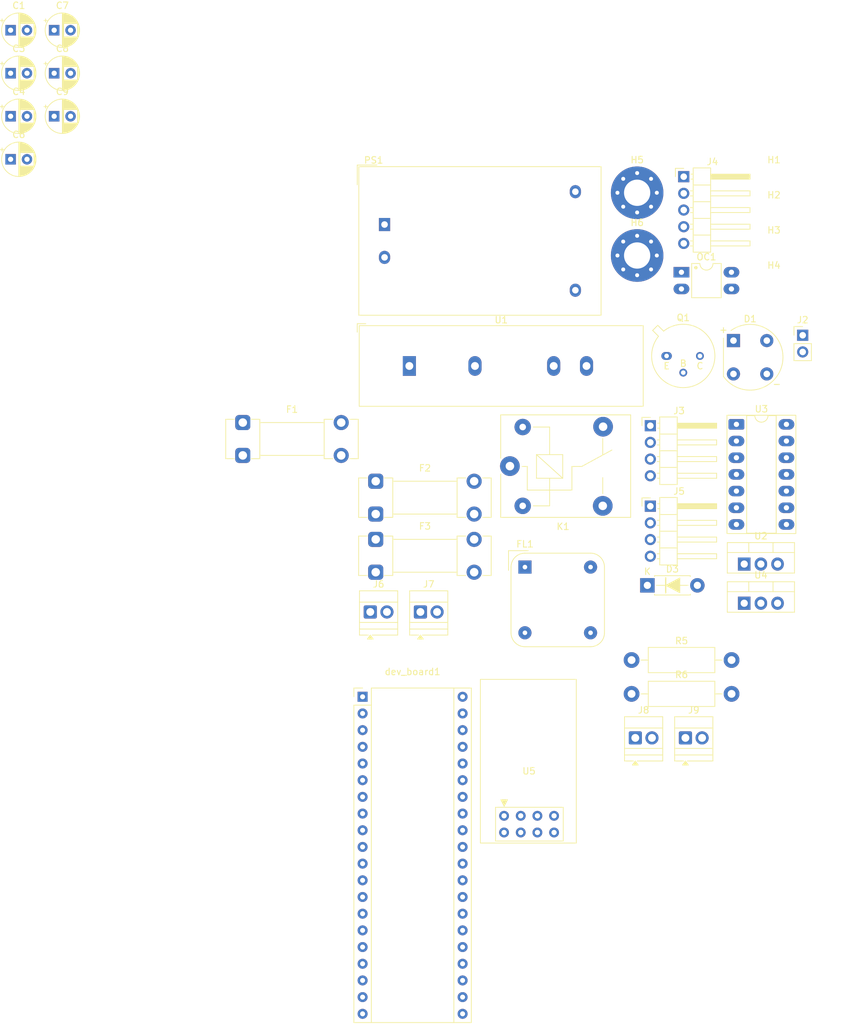
<source format=kicad_pcb>
(kicad_pcb (version 20241229) (generator "pcbnew") (generator_version "9.0")
  (layers (0 "F.Cu" signal) (2 "B.Cu" signal) (13 "F.Paste" user) (15 "B.Paste" user) (5 "F.SilkS" user "F.Silkscreen") (7 "B.SilkS" user "B.Silkscreen") (1 "F.Mask" user) (3 "B.Mask" user) (25 "Edge.Cuts" user))
  (net 0 "")
  (net 1 "Net-(D1-1)")
  (net 2 "Net-(D1-2)")
  (net 3 "Net-(D1--)")
  (net 4 "Net-(D1-+)")
  (net 5 "+5V")
  (net 6 "Net-(D3-A)")
  (net 7 "Net-(C2-Pad1)")
  (net 8 "LINE")
  (net 9 "Net-(F2-Pad2)")
  (net 10 "Net-(F3-Pad2)")
  (net 11 "NEUT")
  (net 12 "Net-(PS1-AC{slash}L)")
  (net 13 "Net-(PS1-AC{slash}N)")
  (net 14 "GND")
  (net 15 "Net-(J3-Pin_2)")
  (net 16 "Net-(J3-Pin_3)")
  (net 17 "/sck")
  (net 18 "/so")
  (net 19 "/cs")
  (net 20 "/Tx_mcu_esp01")
  (net 21 "+3.3V")
  (net 22 "/Rx_mcu_esp01")
  (net 23 "Bobina_ventilador")
  (net 25 "Net-(OC1-Pad4)")
  (net 26 "Net-(Q1-B)")
  (net 27 "Net-(R1-Pad1)")
  (net 28 "/SSR_led")
  (net 29 "+12V")
  (net 30 "Net-(R8-Pad2)")
  (net 32 "/Tx_mcu_screen")
  (net 33 "Net-(U3-Pad6)")
  (net 34 "/fan")
  (net 35 "/fire")
  (net 36 "Net-(R10-Pad2)")
  (footprint "Capacitor_THT:CP_Radial_D5.0mm_P2.50mm" (layer "F.Cu") (at 8.25455 15.875)
    (property "Reference" "C9" (at 1.25 -3.75 0) (layer "F.SilkS"))
    (property "Value" "1uf")
    (pad "1" thru_hole rect (at 0 0) (size 1.6 1.6) (drill 0.8) (layers "*.Cu" "*.Mask") (net 21 "+3.3V"))
    (pad "2" thru_hole circle (at 2.5 0) (size 1.6 1.6) (drill 0.8) (layers "*.Cu" "*.Mask") (net 14 "GND"))
  )
  (footprint "Fuse:Fuseholder_Clip-5x20mm_Schurter_OG_Lateral_P15.00x5.00mm_D1.3mm_Horizontal" (layer "F.Cu") (at 57.26 80.28)
    (property "Reference" "F3" (at 7.5 -2 0) (layer "F.SilkS"))
    (property "Value" "15A")
    (pad "1" thru_hole roundrect (at 0 0) (size 2.3 2.3) (drill 1.3) (layers "*.Cu" "*.Mask") (net 8 "LINE"))
    (pad "1" thru_hole roundrect (at 0 5) (size 2.3 2.3) (drill 1.3) (layers "*.Cu" "*.Mask") (net 8 "LINE"))
    (pad "2" thru_hole circle (at 15 0) (size 2.3 2.3) (drill 1.3) (layers "*.Cu" "*.Mask") (net 10 "Net-(F3-Pad2)"))
    (pad "2" thru_hole circle (at 15 5) (size 2.3 2.3) (drill 1.3) (layers "*.Cu" "*.Mask") (net 10 "Net-(F3-Pad2)"))
  )
  (footprint "Relay_THT:Relay_NCR_HHG1D-1" (layer "F.Cu") (at 62.385 53.885)
    (property "Reference" "U1" (at 14 -7 0) (layer "F.SilkS"))
    (property "Value" "SSR-40 DA")
    (pad "1" thru_hole rect (at 0 0) (size 2 3) (drill 1.2) (layers "*.Cu" "*.Mask") (net 27 "Net-(R1-Pad1)"))
    (pad "2" thru_hole oval (at 10 0) (size 2 3) (drill 1.2) (layers "*.Cu" "*.Mask") (net 11 "NEUT"))
    (pad "3" thru_hole oval (at 22 0) (size 2 3) (drill 1.2) (layers "*.Cu" "*.Mask") (net 28 "/SSR_led"))
    (pad "4" thru_hole oval (at 27 0) (size 2 3) (drill 1.2) (layers "*.Cu" "*.Mask") (net 14 "GND"))
  )
  (footprint "Package_DIP:DIP-14_W7.62mm_Socket_LongPads" (layer "F.Cu") (at 112.23 62.77)
    (property "Reference" "U3" (at 3.81 -2.33 0) (layer "F.SilkS"))
    (property "Value" "74LS14")
    (pad "1" thru_hole roundrect (at 0 0) (size 2.4 1.6) (drill 0.8) (layers "*.Cu" "*.Mask") (roundrect_rratio 0.15625) (net 25 "Net-(OC1-Pad4)"))
    (pad "2" thru_hole oval (at 0 2.54) (size 2.4 1.6) (drill 0.8) (layers "*.Cu" "*.Mask") (net 30 "Net-(R8-Pad2)"))
    (pad "3" thru_hole oval (at 0 5.08) (size 2.4 1.6) (drill 0.8) (layers "*.Cu" "*.Mask") (net 35 "/fire"))
    (pad "4" thru_hole oval (at 0 7.62) (size 2.4 1.6) (drill 0.8) (layers "*.Cu" "*.Mask") (net 28 "/SSR_led"))
    (pad "5" thru_hole oval (at 0 10.16) (size 2.4 1.6) (drill 0.8) (layers "*.Cu" "*.Mask") (net 32 "/Tx_mcu_screen"))
    (pad "6" thru_hole oval (at 0 12.7) (size 2.4 1.6) (drill 0.8) (layers "*.Cu" "*.Mask") (net 33 "Net-(U3-Pad6)"))
    (pad "7" thru_hole oval (at 0 15.24) (size 2.4 1.6) (drill 0.8) (layers "*.Cu" "*.Mask") (net 14 "GND"))
    (pad "8" thru_hole oval (at 7.62 15.24) (size 2.4 1.6) (drill 0.8) (layers "*.Cu" "*.Mask") (net 16 "Net-(J3-Pin_3)"))
    (pad "9" thru_hole oval (at 7.62 12.7) (size 2.4 1.6) (drill 0.8) (layers "*.Cu" "*.Mask") (net 33 "Net-(U3-Pad6)"))
    (pad "10" thru_hole oval (at 7.62 10.16) (size 2.4 1.6) (drill 0.8) (layers "*.Cu" "*.Mask"))
    (pad "11" thru_hole oval (at 7.62 7.62) (size 2.4 1.6) (drill 0.8) (layers "*.Cu" "*.Mask") (net 14 "GND"))
    (pad "12" thru_hole oval (at 7.62 5.08) (size 2.4 1.6) (drill 0.8) (layers "*.Cu" "*.Mask") (net 36 "Net-(R10-Pad2)"))
    (pad "13" thru_hole oval (at 7.62 2.54) (size 2.4 1.6) (drill 0.8) (layers "*.Cu" "*.Mask") (net 34 "/fan"))
    (pad "14" thru_hole oval (at 7.62 0) (size 2.4 1.6) (drill 0.8) (layers "*.Cu" "*.Mask") (net 5 "+5V"))
  )
  (footprint "Connector_PinHeader_2.54mm:PinHeader_1x05_P2.54mm_Horizontal" (layer "F.Cu") (at 104.2 25.07)
    (property "Reference" "J4" (at 4.385 -2.27 0) (layer "F.SilkS"))
    (property "Value" "Max6675_modulo")
    (pad "1" thru_hole rect (at 0 0) (size 1.7 1.7) (drill 1) (layers "*.Cu" "*.Mask") (net 14 "GND"))
    (pad "2" thru_hole oval (at 0 2.54) (size 1.7 1.7) (drill 1) (layers "*.Cu" "*.Mask") (net 5 "+5V"))
    (pad "3" thru_hole oval (at 0 5.08) (size 1.7 1.7) (drill 1) (layers "*.Cu" "*.Mask") (net 17 "/sck"))
    (pad "4" thru_hole oval (at 0 7.62) (size 1.7 1.7) (drill 1) (layers "*.Cu" "*.Mask") (net 19 "/cs"))
    (pad "5" thru_hole oval (at 0 10.16) (size 1.7 1.7) (drill 1) (layers "*.Cu" "*.Mask") (net 18 "/so"))
  )
  (footprint "Fuse:Fuseholder_Clip-5x20mm_Schurter_OG_Lateral_P15.00x5.00mm_D1.3mm_Horizontal" (layer "F.Cu") (at 37 62.5)
    (property "Reference" "F1" (at 7.5 -2 0) (layer "F.SilkS"))
    (property "Value" "0.5A")
    (pad "1" thru_hole roundrect (at 0 0) (size 2.3 2.3) (drill 1.3) (layers "*.Cu" "*.Mask") (net 8 "LINE"))
    (pad "1" thru_hole roundrect (at 0 5) (size 2.3 2.3) (drill 1.3) (layers "*.Cu" "*.Mask") (net 8 "LINE"))
    (pad "2" thru_hole circle (at 15 0) (size 2.3 2.3) (drill 1.3) (layers "*.Cu" "*.Mask") (net 7 "Net-(C2-Pad1)"))
    (pad "2" thru_hole circle (at 15 5) (size 2.3 2.3) (drill 1.3) (layers "*.Cu" "*.Mask") (net 7 "Net-(C2-Pad1)"))
  )
  (footprint "Capacitor_THT:CP_Radial_D5.0mm_P2.50mm" (layer "F.Cu") (at 1.614775 15.875)
    (property "Reference" "C4" (at 1.25 -3.75 0) (layer "F.SilkS"))
    (property "Value" "10uf")
    (pad "1" thru_hole rect (at 0 0) (size 1.6 1.6) (drill 0.8) (layers "*.Cu" "*.Mask") (net 29 "+12V"))
    (pad "2" thru_hole circle (at 2.5 0) (size 1.6 1.6) (drill 0.8) (layers "*.Cu" "*.Mask") (net 14 "GND"))
  )
  (footprint "Connector_PinHeader_2.54mm:PinHeader_1x04_P2.54mm_Horizontal" (layer "F.Cu") (at 99.11 62.98)
    (property "Reference" "J3" (at 4.385 -2.27 0) (layer "F.SilkS"))
    (property "Value" "Nextion_touch_screen")
    (pad "1" thru_hole rect (at 0 0) (size 1.7 1.7) (drill 1) (layers "*.Cu" "*.Mask") (net 5 "+5V"))
    (pad "2" thru_hole oval (at 0 2.54) (size 1.7 1.7) (drill 1) (layers "*.Cu" "*.Mask") (net 15 "Net-(J3-Pin_2)"))
    (pad "3" thru_hole oval (at 0 5.08) (size 1.7 1.7) (drill 1) (layers "*.Cu" "*.Mask") (net 16 "Net-(J3-Pin_3)"))
    (pad "4" thru_hole oval (at 0 7.62) (size 1.7 1.7) (drill 1) (layers "*.Cu" "*.Mask") (net 14 "GND"))
  )
  (footprint "Fuse:Fuseholder_Clip-5x20mm_Schurter_OG_Lateral_P15.00x5.00mm_D1.3mm_Horizontal" (layer "F.Cu") (at 57.26 71.43)
    (property "Reference" "F2" (at 7.5 -2 0) (layer "F.SilkS"))
    (property "Value" "15A")
    (pad "1" thru_hole roundrect (at 0 0) (size 2.3 2.3) (drill 1.3) (layers "*.Cu" "*.Mask") (net 8 "LINE"))
    (pad "1" thru_hole roundrect (at 0 5) (size 2.3 2.3) (drill 1.3) (layers "*.Cu" "*.Mask") (net 8 "LINE"))
    (pad "2" thru_hole circle (at 15 0) (size 2.3 2.3) (drill 1.3) (layers "*.Cu" "*.Mask") (net 9 "Net-(F2-Pad2)"))
    (pad "2" thru_hole circle (at 15 5) (size 2.3 2.3) (drill 1.3) (layers "*.Cu" "*.Mask") (net 9 "Net-(F2-Pad2)"))
  )
  (footprint "MountingHole:MountingHole_4mm_Pad_Via" (layer "F.Cu") (at 97.1 27.52)
    (property "Reference" "H5" (at 0 -5 0) (layer "F.SilkS"))
    (property "Value" "MountingHole_Pad_MP")
    (pad "1" thru_hole circle (at -3 0) (size 0.9 0.9) (drill 0.6) (layers "*.Cu" "*.Mask"))
    (pad "1" thru_hole circle (at -2.12132 -2.12132) (size 0.9 0.9) (drill 0.6) (layers "*.Cu" "*.Mask"))
    (pad "1" thru_hole circle (at -2.12132 2.12132) (size 0.9 0.9) (drill 0.6) (layers "*.Cu" "*.Mask"))
    (pad "1" thru_hole circle (at 0 -3) (size 0.9 0.9) (drill 0.6) (layers "*.Cu" "*.Mask"))
    (pad "1" thru_hole circle (at 0 0) (size 8 8) (drill 4) (layers "*.Cu" "*.Mask"))
    (pad "1" thru_hole circle (at 0 3) (size 0.9 0.9) (drill 0.6) (layers "*.Cu" "*.Mask"))
    (pad "1" thru_hole circle (at 2.12132 -2.12132) (size 0.9 0.9) (drill 0.6) (layers "*.Cu" "*.Mask"))
    (pad "1" thru_hole circle (at 2.12132 2.12132) (size 0.9 0.9) (drill 0.6) (layers "*.Cu" "*.Mask"))
    (pad "1" thru_hole circle (at 3 0) (size 0.9 0.9) (drill 0.6) (layers "*.Cu" "*.Mask"))
  )
  (footprint "Resistor_THT:R_Axial_DIN0411_L9.9mm_D3.6mm_P15.24mm_Horizontal" (layer "F.Cu") (at 96.25 98.65)
    (property "Reference" "R5" (at 7.62 -2.92 0) (layer "F.SilkS"))
    (property "Value" "5k  1W")
    (pad "1" thru_hole circle (at 0 0) (size 2.4 2.4) (drill 1.2) (layers "*.Cu" "*.Mask") (net 2 "Net-(D1-2)"))
    (pad "2" thru_hole oval (at 15.24 0) (size 2.4 2.4) (drill 1.2) (layers "*.Cu" "*.Mask") (net 8 "LINE"))
  )
  (footprint "PCM_Diode_THT_AKL:D_DO-41_SOD81_P7.62mm_Horizontal" (layer "F.Cu") (at 98.66 87.28)
    (property "Reference" "D3" (at 3.81 -2.47 0) (layer "F.SilkS"))
    (property "Value" "1N4001" (hide yes))
    (fp_text user "K" (at 0 -2.1 0) (layer "F.SilkS"))
    (pad "1" thru_hole rect (at 0 0) (size 2.2 2.2) (drill 1.1) (layers "*.Cu" "*.Mask") (net 5 "+5V"))
    (pad "2" thru_hole oval (at 7.62 0) (size 2.2 2.2) (drill 1.1) (layers "*.Cu" "*.Mask") (net 6 "Net-(D3-A)"))
  )
  (footprint "MountingHole:MountingHole_4mm_Pad_Via" (layer "F.Cu") (at 97.1 37.07)
    (property "Reference" "H6" (at 0 -5 0) (layer "F.SilkS"))
    (property "Value" "MountingHole_Pad_MP")
    (pad "1" thru_hole circle (at -3 0) (size 0.9 0.9) (drill 0.6) (layers "*.Cu" "*.Mask"))
    (pad "1" thru_hole circle (at -2.12132 -2.12132) (size 0.9 0.9) (drill 0.6) (layers "*.Cu" "*.Mask"))
    (pad "1" thru_hole circle (at -2.12132 2.12132) (size 0.9 0.9) (drill 0.6) (layers "*.Cu" "*.Mask"))
    (pad "1" thru_hole circle (at 0 -3) (size 0.9 0.9) (drill 0.6) (layers "*.Cu" "*.Mask"))
    (pad "1" thru_hole circle (at 0 0) (size 8 8) (drill 4) (layers "*.Cu" "*.Mask"))
    (pad "1" thru_hole circle (at 0 3) (size 0.9 0.9) (drill 0.6) (layers "*.Cu" "*.Mask"))
    (pad "1" thru_hole circle (at 2.12132 -2.12132) (size 0.9 0.9) (drill 0.6) (layers "*.Cu" "*.Mask"))
    (pad "1" thru_hole circle (at 2.12132 2.12132) (size 0.9 0.9) (drill 0.6) (layers "*.Cu" "*.Mask"))
    (pad "1" thru_hole circle (at 3 0) (size 0.9 0.9) (drill 0.6) (layers "*.Cu" "*.Mask"))
  )
  (footprint "Converter_ACDC:Converter_ACDC_Hi-Link_HLK-PMxx" (layer "F.Cu") (at 58.605 32.355)
    (property "Reference" "PS1" (at -1.66 -9.79 0) (layer "F.SilkS"))
    (property "Value" "HLK-PM01")
    (pad "1" thru_hole rect (at 0 0) (size 1.7 2) (drill 1) (layers "*.Cu" "*.Mask") (net 12 "Net-(PS1-AC{slash}L)"))
    (pad "2" thru_hole oval (at 0 5) (size 1.7 2) (drill 1) (layers "*.Cu" "*.Mask") (net 13 "Net-(PS1-AC{slash}N)"))
    (pad "3" thru_hole oval (at 29.08 -5) (size 1.7 2) (drill 1) (layers "*.Cu" "*.Mask") (net 14 "GND"))
    (pad "4" thru_hole oval (at 29.08 10) (size 1.7 2) (drill 1) (layers "*.Cu" "*.Mask") (net 5 "+5V"))
  )
  (footprint "MountingHole:MountingHole_2.2mm_M2_DIN965" (layer "F.Cu") (at 117.95 30.77)
    (property "Reference" "H2" (at 0 -2.9 0) (layer "F.SilkS"))
    (property "Value" "MountingHole")
    (pad "" np_thru_hole circle (at 0 0) (size 2.2 2.2) (drill 2.2) (layers "*.Cu" "*.Mask"))
  )
  (footprint "PCM_Package_TO_SOT_THT_AKL:TO-220-3_Vertical" (layer "F.Cu") (at 113.42 84.04)
    (property "Reference" "U2" (at 2.54 -4.27 0) (layer "F.SilkS"))
    (property "Value" "LM7805CT" (hide yes))
    (pad "1" thru_hole rect (at 0 0) (size 1.905 2) (drill 1.1) (layers "*.Cu" "*.Mask") (net 29 "+12V"))
    (pad "2" thru_hole oval (at 2.54 0) (size 1.905 2) (drill 1.1) (layers "*.Cu" "*.Mask") (net 14 "GND"))
    (pad "3" thru_hole oval (at 5.08 0) (size 1.905 2) (drill 1.1) (layers "*.Cu" "*.Mask") (net 5 "+5V"))
  )
  (footprint "Module:Maple_Mini" (layer "F.Cu") (at 55.26 104.24)
    (property "Reference" "dev_board1" (at 7.62 -3.81 0) (layer "F.SilkS"))
    (property "Value" "Black_pill_stm32f411")
    (pad "1" thru_hole rect (at 0 0) (size 1.524 1.524) (drill 0.762) (layers "*.Cu" "*.Mask"))
    (pad "2" thru_hole circle (at 0 2.54) (size 1.524 1.524) (drill 0.762) (layers "*.Cu" "*.Mask"))
    (pad "3" thru_hole circle (at 0 5.08) (size 1.524 1.524) (drill 0.762) (layers "*.Cu" "*.Mask"))
    (pad "4" thru_hole circle (at 0 7.62) (size 1.524 1.524) (drill 0.762) (layers "*.Cu" "*.Mask"))
    (pad "5" thru_hole circle (at 0 10.16) (size 1.524 1.524) (drill 0.762) (layers "*.Cu" "*.Mask"))
    (pad "6" thru_hole circle (at 0 12.7) (size 1.524 1.524) (drill 0.762) (layers "*.Cu" "*.Mask"))
    (pad "7" thru_hole circle (at 0 15.24) (size 1.524 1.524) (drill 0.762) (layers "*.Cu" "*.Mask"))
    (pad "8" thru_hole circle (at 0 17.78) (size 1.524 1.524) (drill 0.762) (layers "*.Cu" "*.Mask"))
    (pad "9" thru_hole circle (at 0 20.32) (size 1.524 1.524) (drill 0.762) (layers "*.Cu" "*.Mask"))
    (pad "10" thru_hole circle (at 0 22.86) (size 1.524 1.524) (drill 0.762) (layers "*.Cu" "*.Mask"))
    (pad "11" thru_hole circle (at 0 25.4) (size 1.524 1.524) (drill 0.762) (layers "*.Cu" "*.Mask"))
    (pad "12" thru_hole circle (at 0 27.94) (size 1.524 1.524) (drill 0.762) (layers "*.Cu" "*.Mask"))
    (pad "13" thru_hole circle (at 0 30.48) (size 1.524 1.524) (drill 0.762) (layers "*.Cu" "*.Mask"))
    (pad "14" thru_hole circle (at 0 33.02) (size 1.524 1.524) (drill 0.762) (layers "*.Cu" "*.Mask"))
    (pad "15" thru_hole circle (at 0 35.56) (size 1.524 1.524) (drill 0.762) (layers "*.Cu" "*.Mask"))
    (pad "16" thru_hole circle (at 0 38.1) (size 1.524 1.524) (drill 0.762) (layers "*.Cu" "*.Mask"))
    (pad "17" thru_hole circle (at 0 40.64) (size 1.524 1.524) (drill 0.762) (layers "*.Cu" "*.Mask"))
    (pad "18" thru_hole circle (at 0 43.18) (size 1.524 1.524) (drill 0.762) (layers "*.Cu" "*.Mask"))
    (pad "19" thru_hole circle (at 0 45.72) (size 1.524 1.524) (drill 0.762) (layers "*.Cu" "*.Mask") (net 14 "GND"))
    (pad "20" thru_hole circle (at 0 48.26) (size 1.524 1.524) (drill 0.762) (layers "*.Cu" "*.Mask"))
    (pad "21" thru_hole circle (at 15.24 48.26) (size 1.524 1.524) (drill 0.762) (layers "*.Cu" "*.Mask"))
    (pad "22" thru_hole circle (at 15.24 45.72) (size 1.524 1.524) (drill 0.762) (layers "*.Cu" "*.Mask"))
    (pad "23" thru_hole circle (at 15.24 43.18) (size 1.524 1.524) (drill 0.762) (layers "*.Cu" "*.Mask"))
    (pad "24" thru_hole circle (at 15.24 40.64) (size 1.524 1.524) (drill 0.762) (layers "*.Cu" "*.Mask"))
    (pad "25" thru_hole circle (at 15.24 38.1) (size 1.524 1.524) (drill 0.762) (layers "*.Cu" "*.Mask"))
    (pad "26" thru_hole circle (at 15.24 35.56) (size 1.524 1.524) (drill 0.762) (layers "*.Cu" "*.Mask"))
    (pad "27" thru_hole circle (at 15.24 33.02) (size 1.524 1.524) (drill 0.762) (layers "*.Cu" "*.Mask"))
    (pad "28" thru_hole circle (at 15.24 30.48) (size 1.524 1.524) (drill 0.762) (layers "*.Cu" "*.Mask"))
    (pad "29" thru_hole circle (at 15.24 27.94) (size 1.524 1.524) (drill 0.762) (layers "*.Cu" "*.Mask"))
    (pad "30" thru_hole circle (at 15.24 25.4) (size 1.524 1.524) (drill 0.762) (layers "*.Cu" "*.Mask"))
    (pad "31" thru_hole circle (at 15.24 22.86) (size 1.524 1.524) (drill 0.762) (layers "*.Cu" "*.Mask"))
    (pad "32" thru_hole circle (at 15.24 20.32) (size 1.524 1.524) (drill 0.762) (layers "*.Cu" "*.Mask"))
    (pad "33" thru_hole circle (at 15.24 17.78) (size 1.524 1.524) (drill 0.762) (layers "*.Cu" "*.Mask"))
    (pad "34" thru_hole circle (at 15.24 15.24) (size 1.524 1.524) (drill 0.762) (layers "*.Cu" "*.Mask"))
    (pad "35" thru_hole circle (at 15.24 12.7) (size 1.524 1.524) (drill 0.762) (layers "*.Cu" "*.Mask"))
    (pad "36" thru_hole circle (at 15.24 10.16) (size 1.524 1.524) (drill 0.762) (layers "*.Cu" "*.Mask"))
    (pad "37" thru_hole circle (at 15.24 7.62) (size 1.524 1.524) (drill 0.762) (layers "*.Cu" "*.Mask"))
    (pad "38" thru_hole circle (at 15.24 5.08) (size 1.524 1.524) (drill 0.762) (layers "*.Cu" "*.Mask"))
    (pad "39" thru_hole circle (at 15.24 2.54) (size 1.524 1.524) (drill 0.762) (layers "*.Cu" "*.Mask") (net 14 "GND"))
    (pad "40" thru_hole circle (at 15.24 0) (size 1.524 1.524) (drill 0.762) (layers "*.Cu" "*.Mask") (net 5 "+5V"))
  )
  (footprint "TerminalBlock:TerminalBlock_Xinya_XY308-2.54-2P_1x02_P2.54mm_Horizontal" (layer "F.Cu") (at 104.46 110.5)
    (property "Reference" "J9" (at 1.27 -4.22 0) (layer "F.SilkS"))
    (property "Value" "SSR a resistencias")
    (pad "1" thru_hole roundrect (at 0 0) (size 2 2) (drill 1.2) (layers "*.Cu" "*.Mask") (roundrect_rratio 0.125))
    (pad "2" thru_hole circle (at 2.54 0) (size 2 2) (drill 1.2) (layers "*.Cu" "*.Mask"))
  )
  (footprint "MountingHole:MountingHole_2.2mm_M2_DIN965" (layer "F.Cu") (at 117.95 41.47)
    (property "Reference" "H4" (at 0 -2.9 0) (layer "F.SilkS"))
    (property "Value" "MountingHole")
    (pad "" np_thru_hole circle (at 0 0) (size 2.2 2.2) (drill 2.2) (layers "*.Cu" "*.Mask"))
  )
  (footprint "PCM_Package_TO_SOT_THT_AKL:TO-39-3_EBC" (layer "F.Cu") (at 101.59 52.36)
    (property "Reference" "Q1" (at 2.54 -5.82 0) (layer "F.SilkS"))
    (property "Value" "2N2222A-TO92" (hide yes))
    (fp_text user "C" (at 5.08 1.524 0) (layer "F.SilkS"))
    (fp_text user "B" (at 2.54 1.143 0) (layer "F.SilkS"))
    (fp_text user "E" (at 0 1.524 0) (layer "F.SilkS"))
    (pad "1" thru_hole oval (at 0 0) (size 1.6 1.2) (drill 0.7) (layers "*.Cu" "*.Mask") (net 14 "GND"))
    (pad "2" thru_hole oval (at 2.54 2.54) (size 1.2 1.2) (drill 0.7) (layers "*.Cu" "*.Mask") (net 26 "Net-(Q1-B)"))
    (pad "3" thru_hole oval (at 5.08 0) (size 1.2 1.2) (drill 0.7) (layers "*.Cu" "*.Mask") (net 6 "Net-(D3-A)"))
  )
  (footprint "Capacitor_THT:CP_Radial_D5.0mm_P2.50mm" (layer "F.Cu") (at 1.614775 22.425)
    (property "Reference" "C6" (at 1.25 -3.75 0) (layer "F.SilkS"))
    (property "Value" "10uf")
    (pad "1" thru_hole rect (at 0 0) (size 1.6 1.6) (drill 0.8) (layers "*.Cu" "*.Mask") (net 5 "+5V"))
    (pad "2" thru_hole circle (at 2.5 0) (size 1.6 1.6) (drill 0.8) (layers "*.Cu" "*.Mask") (net 14 "GND"))
  )
  (footprint "Relay_THT:Relay_SPDT_SANYOU_SRD_Series_Form_C" (layer "F.Cu") (at 77.71 69.13)
    (property "Reference" "K1" (at 8.1 9.2 0) (layer "F.SilkS"))
    (property "Value" "SANYOU_SRD_Form_C")
    (pad "1" thru_hole circle (at 0 0 90) (size 3 3) (drill 1.3) (layers "*.Cu" "*.Mask") (net 11 "NEUT"))
    (pad "2" thru_hole circle (at 1.95 6.05 90) (size 2.5 2.5) (drill 1) (layers "*.Cu" "*.Mask") (net 6 "Net-(D3-A)"))
    (pad "3" thru_hole circle (at 14.15 6.05 90) (size 3 3) (drill 1.3) (layers "*.Cu" "*.Mask") (net 23 "Bobina_ventilador"))
    (pad "4" thru_hole circle (at 14.2 -6 90) (size 3 3) (drill 1.3) (layers "*.Cu" "*.Mask"))
    (pad "5" thru_hole circle (at 1.95 -5.95 90) (size 2.5 2.5) (drill 1) (layers "*.Cu" "*.Mask") (net 5 "+5V"))
  )
  (footprint "PCM_Package_DIP_AKL:DIP-4_W7.62mm_LongPads" (layer "F.Cu") (at 103.85 39.62)
    (property "Reference" "OC1" (at 3.81 -2.33 0) (layer "F.SilkS"))
    (property "Value" "PC817" (hide yes))
    (pad "1" thru_hole rect (at 0 0) (size 2.4 1.6) (drill 0.8) (layers "*.Cu" "*.Mask") (net 4 "Net-(D1-+)"))
    (pad "2" thru_hole oval (at 0 2.54) (size 2.4 1.6) (drill 0.8) (layers "*.Cu" "*.Mask") (net 3 "Net-(D1--)"))
    (pad "3" thru_hole oval (at 7.62 2.54) (size 2.4 1.6) (drill 0.8) (layers "*.Cu" "*.Mask") (net 14 "GND"))
    (pad "4" thru_hole oval (at 7.62 0) (size 2.4 1.6) (drill 0.8) (layers "*.Cu" "*.Mask") (net 25 "Net-(OC1-Pad4)"))
  )
  (footprint "TerminalBlock:TerminalBlock_Xinya_XY308-2.54-2P_1x02_P2.54mm_Horizontal" (layer "F.Cu") (at 64.07 91.33)
    (property "Reference" "J7" (at 1.27 -4.22 0) (layer "F.SilkS"))
    (property "Value" "Relevador a ventilador")
    (pad "1" thru_hole roundrect (at 0 0) (size 2 2) (drill 1.2) (layers "*.Cu" "*.Mask") (roundrect_rratio 0.125) (net 23 "Bobina_ventilador"))
    (pad "2" thru_hole circle (at 2.54 0) (size 2 2) (drill 1.2) (layers "*.Cu" "*.Mask") (net 11 "NEUT"))
  )
  (footprint "TerminalBlock:TerminalBlock_Xinya_XY308-2.54-2P_1x02_P2.54mm_Horizontal" (layer "F.Cu") (at 96.82 110.5)
    (property "Reference" "J8" (at 1.27 -4.22 0) (layer "F.SilkS"))
    (property "Value" "Tarjeta a SSR")
    (pad "1" thru_hole roundrect (at 0 0) (size 2 2) (drill 1.2) (layers "*.Cu" "*.Mask") (roundrect_rratio 0.125) (net 28 "/SSR_led"))
    (pad "2" thru_hole circle (at 2.54 0) (size 2 2) (drill 1.2) (layers "*.Cu" "*.Mask") (net 14 "GND"))
  )
  (footprint "Resistor_THT:R_Axial_DIN0411_L9.9mm_D3.6mm_P15.24mm_Horizontal" (layer "F.Cu") (at 96.25 103.8)
    (property "Reference" "R6" (at 7.62 -2.92 0) (layer "F.SilkS"))
    (property "Value" "5k  1W")
    (pad "1" thru_hole circle (at 0 0) (size 2.4 2.4) (drill 1.2) (layers "*.Cu" "*.Mask") (net 1 "Net-(D1-1)"))
    (pad "2" thru_hole oval (at 15.24 0) (size 2.4 2.4) (drill 1.2) (layers "*.Cu" "*.Mask") (net 11 "NEUT"))
  )
  (footprint "Inductor_THT:Choke_Schaffner_RN102-04-14.0x14.0mm" (layer "F.Cu") (at 80 84.5)
    (property "Reference" "FL1" (at 0 -3.5 0) (layer "F.SilkS"))
    (property "Value" "Choke_10mH")
    (pad "1" thru_hole rect (at 0 0) (size 2 2) (drill 0.7) (layers "*.Cu" "*.Mask") (net 7 "Net-(C2-Pad1)"))
    (pad "2" thru_hole circle (at 10 0) (size 2 2) (drill 0.7) (layers "*.Cu" "*.Mask") (net 12 "Net-(PS1-AC{slash}L)"))
    (pad "3" thru_hole circle (at 0 10) (size 2 2) (drill 0.7) (layers "*.Cu" "*.Mask") (net 11 "NEUT"))
    (pad "4" thru_hole circle (at 10 10) (size 2 2) (drill 0.7) (layers "*.Cu" "*.Mask") (net 13 "Net-(PS1-AC{slash}N)"))
  )
  (footprint "TerminalBlock:TerminalBlock_Xinya_XY308-2.54-2P_1x02_P2.54mm_Horizontal" (layer "F.Cu") (at 56.43 91.33)
    (property "Reference" "J6" (at 1.27 -4.22 0) (layer "F.SilkS"))
    (property "Value" "Alimentación y zc")
    (pad "1" thru_hole roundrect (at 0 0) (size 2 2) (drill 1.2) (layers "*.Cu" "*.Mask") (roundrect_rratio 0.125) (net 8 "LINE"))
    (pad "2" thru_hole circle (at 2.54 0) (size 2 2) (drill 1.2) (layers "*.Cu" "*.Mask") (net 11 "NEUT"))
  )
  (footprint "Capacitor_THT:CP_Radial_D5.0mm_P2.50mm" (layer "F.Cu") (at 8.25455 9.325)
    (property "Reference" "C8" (at 1.25 -3.75 0) (layer "F.SilkS"))
    (property "Value" "10uf")
    (pad "1" thru_hole rect (at 0 0) (size 1.6 1.6) (drill 0.8) (layers "*.Cu" "*.Mask") (net 5 "+5V"))
    (pad "2" thru_hole circle (at 2.5 0) (size 1.6 1.6) (drill 0.8) (layers "*.Cu" "*.Mask") (net 14 "GND"))
  )
  (footprint "Connector_PinHeader_2.54mm:PinHeader_1x04_P2.54mm_Horizontal" (layer "F.Cu") (at 99.11 75.23)
    (property "Reference" "J5" (at 4.385 -2.27 0) (layer "F.SilkS"))
    (property "Value" "ESP01")
    (pad "1" thru_hole rect (at 0 0) (size 1.7 1.7) (drill 1) (layers "*.Cu" "*.Mask") (net 21 "+3.3V"))
    (pad "2" thru_hole oval (at 0 2.54) (size 1.7 1.7) (drill 1) (layers "*.Cu" "*.Mask") (net 22 "/Rx_mcu_esp01"))
    (pad "3" thru_hole oval (at 0 5.08) (size 1.7 1.7) (drill 1) (layers "*.Cu" "*.Mask") (net 20 "/Tx_mcu_esp01"))
    (pad "4" thru_hole oval (at 0 7.62) (size 1.7 1.7) (drill 1) (layers "*.Cu" "*.Mask") (net 14 "GND"))
  )
  (footprint "PCM_Package_TO_SOT_THT_AKL:TO-220-3_Vertical" (layer "F.Cu") (at 113.42 90)
    (property "Reference" "U4" (at 2.54 -4.27 0) (layer "F.SilkS"))
    (property "Value" "LM7833CT" (hide yes))
    (pad "1" thru_hole rect (at 0 0) (size 1.905 2) (drill 1.1) (layers "*.Cu" "*.Mask") (net 5 "+5V"))
    (pad "2" thru_hole oval (at 2.54 0) (size 1.905 2) (drill 1.1) (layers "*.Cu" "*.Mask") (net 14 "GND"))
    (pad "3" thru_hole oval (at 5.08 0) (size 1.905 2) (drill 1.1) (layers "*.Cu" "*.Mask") (net 21 "+3.3V"))
  )
  (footprint "PCM_Diode_THT_AKL:Diode_Bridge_Round_D9.8mm" (layer "F.Cu") (at 111.78 50.02)
    (property "Reference" "D1" (at 2.54 -3.302 0) (layer "F.SilkS"))
    (property "Value" "2W02G" (hide yes))
    (fp_text user "-" (at 6.604 6.604 0) (layer "F.SilkS"))
    (fp_text user "+" (at -1.524 -1.651 0) (layer "F.SilkS"))
    (pad "1" thru_hole rect (at 0 0) (size 2 2) (drill 1) (layers "*.Cu" "*.Mask") (net 4 "Net-(D1-+)"))
    (pad "2" thru_hole oval (at 0 5.08) (size 2 2) (drill 1) (layers "*.Cu" "*.Mask") (net 1 "Net-(D1-1)"))
    (pad "3" thru_hole oval (at 5.08 5.08) (size 2 2) (drill 1) (layers "*.Cu" "*.Mask") (net 3 "Net-(D1--)"))
    (pad "4" thru_hole oval (at 5.08 0) (size 2 2) (drill 1) (layers "*.Cu" "*.Mask") (net 2 "Net-(D1-2)"))
  )
  (footprint "Connector_PinHeader_2.54mm:PinHeader_1x02_P2.54mm_Vertical" (layer "F.Cu") (at 122.33 49.21)
    (property "Reference" "J2" (at 0 -2.33 0) (layer "F.SilkS"))
    (property "Value" "5V USB cargador")
    (pad "1" thru_hole rect (at 0 0) (size 1.7 1.7) (drill 1) (layers "*.Cu" "*.Mask") (net 14 "GND"))
    (pad "2" thru_hole oval (at 0 2.54) (size 1.7 1.7) (drill 1) (layers "*.Cu" "*.Mask") (net 5 "+5V"))
  )
  (footprint "Capacitor_THT:CP_Radial_D5.0mm_P2.50mm" (layer "F.Cu") (at 8.25455 2.775)
    (property "Reference" "C7" (at 1.25 -3.75 0) (layer "F.SilkS"))
    (property "Value" "1uf")
    (pad "1" thru_hole rect (at 0 0) (size 1.6 1.6) (drill 0.8) (layers "*.Cu" "*.Mask") (net 5 "+5V"))
    (pad "2" thru_hole circle (at 2.5 0) (size 1.6 1.6) (drill 0.8) (layers "*.Cu" "*.Mask") (net 14 "GND"))
  )
  (footprint "Capacitor_THT:CP_Radial_D5.0mm_P2.50mm" (layer "F.Cu") (at 1.614775 2.775)
    (property "Reference" "C1" (at 1.25 -3.75 0) (layer "F.SilkS"))
    (property "Value" "220uf")
    (pad "1" thru_hole rect (at 0 0) (size 1.6 1.6) (drill 0.8) (layers "*.Cu" "*.Mask") (net 5 "+5V"))
    (pad "2" thru_hole circle (at 2.5 0) (size 1.6 1.6) (drill 0.8) (layers "*.Cu" "*.Mask") (net 14 "GND"))
  )
  (footprint "MountingHole:MountingHole_2.2mm_M2_DIN965" (layer "F.Cu") (at 117.95 36.12)
    (property "Reference" "H3" (at 0 -2.9 0) (layer "F.SilkS"))
    (property "Value" "MountingHole")
    (pad "" np_thru_hole circle (at 0 0) (size 2.2 2.2) (drill 2.2) (layers "*.Cu" "*.Mask"))
  )
  (footprint "Capacitor_THT:CP_Radial_D5.0mm_P2.50mm" (layer "F.Cu") (at 1.614775 9.325)
    (property "Reference" "C3" (at 1.25 -3.75 0) (layer "F.SilkS"))
    (property "Value" "1uf")
    (pad "1" thru_hole rect (at 0 0) (size 1.6 1.6) (drill 0.8) (layers "*.Cu" "*.Mask") (net 5 "+5V"))
    (pad "2" thru_hole circle (at 2.5 0) (size 1.6 1.6) (drill 0.8) (layers "*.Cu" "*.Mask") (net 14 "GND"))
  )
  (footprint "RF_Module:ESP-01" (layer "F.Cu") (at 76.82 122.36)
    (property "Reference" "U5" (at 3.8 -6.8 0) (layer "F.SilkS"))
    (property "Value" "ESP-01S")
    (pad "1" thru_hole circle (at 0 0) (size 1.5 1.5) (drill 0.8) (layers "*.Cu" "*.Mask") (net 22 "/Rx_mcu_esp01"))
    (pad "2" thru_hole circle (at 2.54 0) (size 1.5 1.5) (drill 0.8) (layers "*.Cu" "*.Mask") (net 14 "GND"))
    (pad "3" thru_hole circle (at 5.08 0) (size 1.5 1.5) (drill 0.8) (layers "*.Cu" "*.Mask"))
    (pad "4" thru_hole circle (at 7.62 0) (size 1.5 1.5) (drill 0.8) (layers "*.Cu" "*.Mask"))
    (pad "5" thru_hole circle (at 0 2.54) (size 1.5 1.5) (drill 0.8) (layers "*.Cu" "*.Mask"))
    (pad "6" thru_hole circle (at 2.54 2.54) (size 1.5 1.5) (drill 0.8) (layers "*.Cu" "*.Mask"))
    (pad "7" thru_hole circle (at 5.08 2.54) (size 1.5 1.5) (drill 0.8) (layers "*.Cu" "*.Mask") (net 21 "+3.3V"))
    (pad "8" thru_hole circle (at 7.62 2.54) (size 1.5 1.5) (drill 0.8) (layers "*.Cu" "*.Mask") (net 20 "/Tx_mcu_esp01"))
  )
  (footprint "MountingHole:MountingHole_2.2mm_M2_DIN965" (layer "F.Cu") (at 117.95 25.42)
    (property "Reference" "H1" (at 0 -2.9 0) (layer "F.SilkS"))
    (property "Value" "MountingHole")
    (pad "" np_thru_hole circle (at 0 0) (size 2.2 2.2) (drill 2.2) (layers "*.Cu" "*.Mask"))
  )
)
</source>
